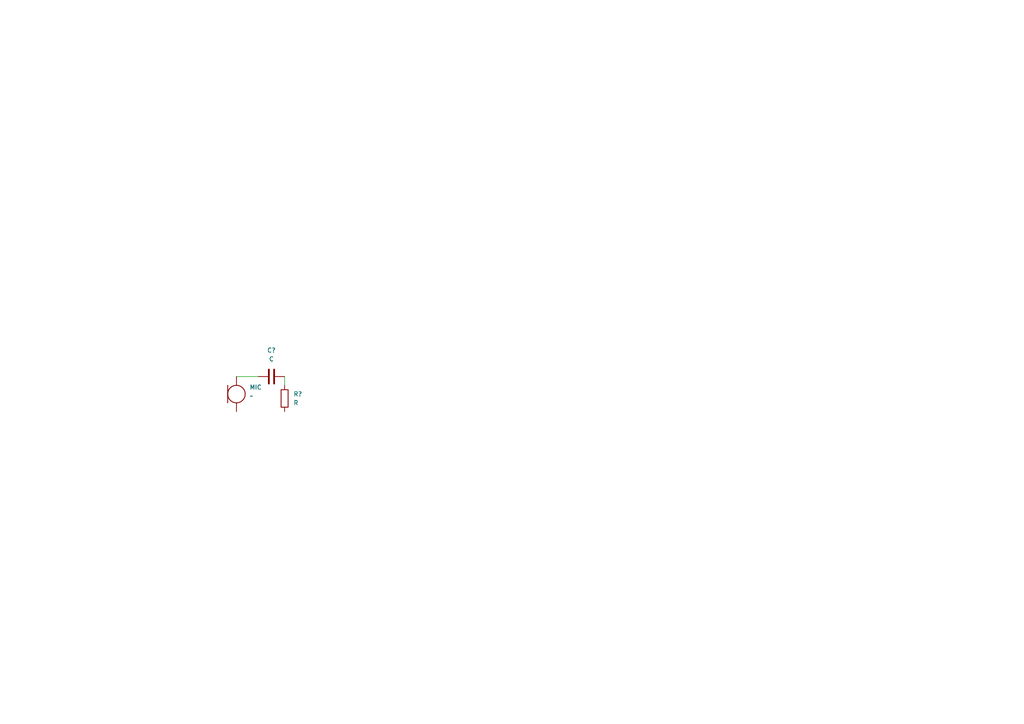
<source format=kicad_sch>
(kicad_sch (version 20231120) (generator "eeschema") (generator_version "8.0")
  (paper "A4")
  (lib_symbols
    (symbol "Device:C" (pin_numbers hide) (pin_names (offset 0.254))
      (property "Reference" "C" (at 0.635 2.54 0))
      (property "Value" "C" (at 0.635 -2.54 0))
      (symbol "C_0_1"
        (polyline (pts (xy -2.032 -0.762) (xy 2.032 -0.762)) (stroke (width 0.508)))
        (polyline (pts (xy -2.032 0.762) (xy 2.032 0.762)) (stroke (width 0.508)))
      )
      (symbol "C_1_1"
        (pin passive line (at 0 3.81 270) (length 2.794) (name "~") (number "1"))
        (pin passive line (at 0 -3.81 90) (length 2.794) (name "~") (number "2"))
      )
    )
    (symbol "Device:Microphone" (pin_numbers hide) (pin_names (offset 0.0254) hide)
      (property "Reference" "MIC" (at 3.81 1.9686 0))
      (property "Value" "~" (at 3.81 -0.5714 0))
      (symbol "Microphone_0_1"
        (polyline (pts (xy -2.54 2.54) (xy -2.54 -2.54)) (stroke (width 0.254)))
        (circle (center 0 0) (radius 2.54) (stroke (width 0.254)))
      )
      (symbol "Microphone_1_1"
        (pin passive line (at 0 -5.08 90) (length 2.54) (name "-") (number "1"))
        (pin passive line (at 0 5.08 270) (length 2.54) (name "+") (number "2"))
      )
    )
    (symbol "Device:R" (pin_numbers hide) (pin_names (offset 0))
      (property "Reference" "R" (at 2.032 0 90))
      (property "Value" "R" (at 0 0 90))
      (symbol "R_0_1"
        (rectangle (start -1.016 -2.54) (end 1.016 2.54) (stroke (width 0.254)))
      )
      (symbol "R_1_1"
        (pin passive line (at 0 3.81 270) (length 1.27) (name "~") (number "1"))
        (pin passive line (at 0 -3.81 90) (length 1.27) (name "~") (number "2"))
      )
    )
  )
  (wire (pts (xy 82.55 111.76) (xy 82.55 109.22)))
  (wire (pts (xy 74.93 109.22) (xy 68.58 109.22)))
  (symbol (lib_id "Device:C") (at 78.74 109.22 270) (unit 1)
    (property "Reference" "C?" (at 78.74 101.6 90))
    (property "Value" "C" (at 78.74 104.14 90))
    (property "Description" "Unpolarized capacitor" (effects (hide yes)))
  )
  (symbol (lib_id "Device:Microphone") (at 68.58 114.3 0) (unit 1)
    (property "Reference" "MIC" (at 72.39 112.3314 0) (effects (justify left)))
    (property "Value" "~" (at 72.39 114.8714 0) (effects (justify left)))
    (property "Description" "Microphone" (effects (hide yes)))
  )
  (symbol (lib_id "Device:R") (at 82.55 115.57 0) (unit 1)
    (property "Reference" "R?" (at 85.09 114.2999 0) (effects (justify left)))
    (property "Value" "R" (at 85.09 116.8399 0) (effects (justify left)))
    (property "Description" "Resistor" (effects (hide yes)))
  )
)
</source>
